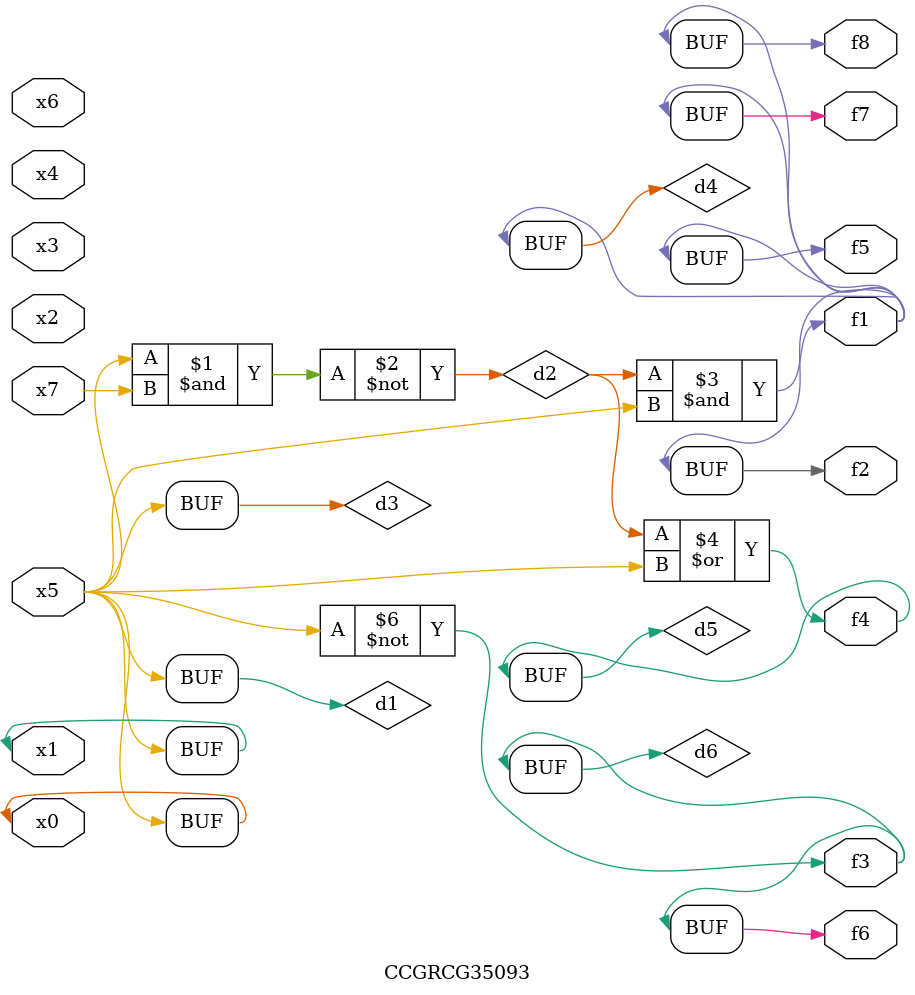
<source format=v>
module CCGRCG35093(
	input x0, x1, x2, x3, x4, x5, x6, x7,
	output f1, f2, f3, f4, f5, f6, f7, f8
);

	wire d1, d2, d3, d4, d5, d6;

	buf (d1, x0, x5);
	nand (d2, x5, x7);
	buf (d3, x0, x1);
	and (d4, d2, d3);
	or (d5, d2, d3);
	nor (d6, d1, d3);
	assign f1 = d4;
	assign f2 = d4;
	assign f3 = d6;
	assign f4 = d5;
	assign f5 = d4;
	assign f6 = d6;
	assign f7 = d4;
	assign f8 = d4;
endmodule

</source>
